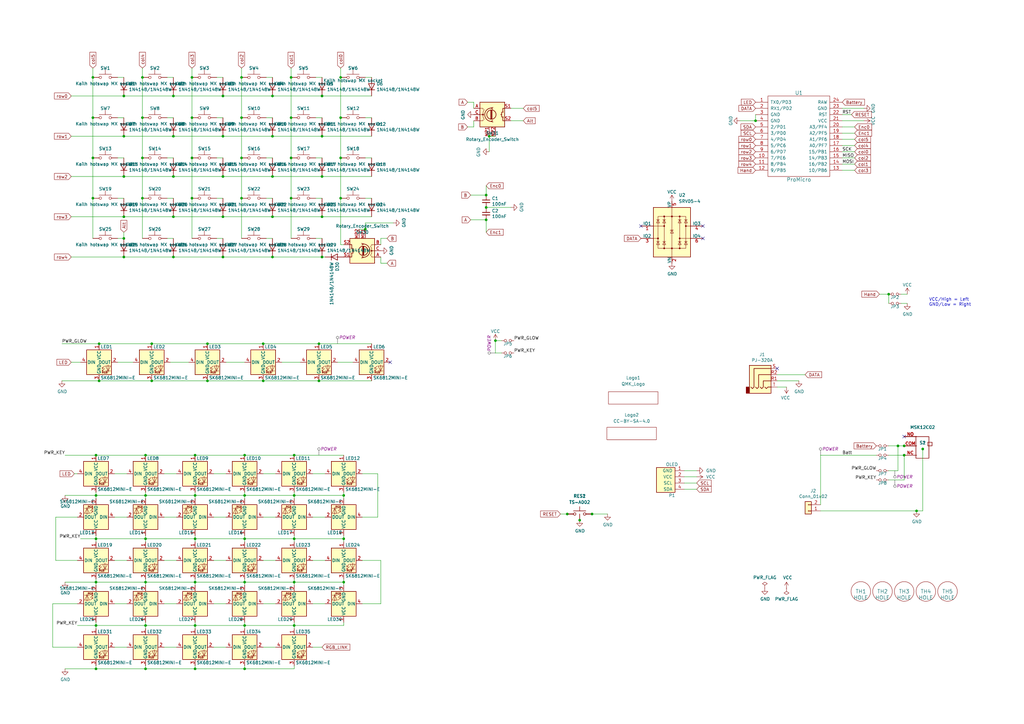
<source format=kicad_sch>
(kicad_sch (version 20230121) (generator eeschema)
  (paper "A3")
  (title_block (title "Lotus 58 Glow") (date "2023-12-27") (rev "v1.28") (company "Markus Knutsson <markus.knutsson@tweety.se>") (comment 1 "https://github.com/TweetyDaBird") (comment 2 "Licensed under Creative Commons BY-SA 4.0 International"))
  (junction (at 119.38 48.26))
  (junction (at 50.8 97.79))
  (junction (at 59.69 274.32))
  (junction (at 132.08 88.9))
  (junction (at 370.84 182.88))
  (junction (at 59.69 220.98))
  (junction (at 62.23 140.97))
  (junction (at 378.46 184.15))
  (junction (at 100.33 256.54))
  (junction (at 80.01 220.98))
  (junction (at 91.44 105.41))
  (junction (at 139.7 48.26))
  (junction (at 100.33 203.2))
  (junction (at 58.42 81.28))
  (junction (at 80.01 186.69))
  (junction (at 78.74 81.28))
  (junction (at 85.09 156.21))
  (junction (at 199.39 90.17))
  (junction (at 111.76 55.88))
  (junction (at 132.08 55.88))
  (junction (at 39.37 186.69))
  (junction (at 107.95 156.21))
  (junction (at 59.69 256.54))
  (junction (at 50.8 105.41))
  (junction (at 199.39 85.09))
  (junction (at 80.01 274.32))
  (junction (at 111.76 39.37))
  (junction (at 111.76 72.39))
  (junction (at 200.66 55.88))
  (junction (at 119.38 31.75))
  (junction (at 40.64 140.97))
  (junction (at 58.42 48.26))
  (junction (at 99.06 31.75))
  (junction (at 71.12 72.39))
  (junction (at 38.1 48.26))
  (junction (at 140.97 238.76))
  (junction (at 50.8 39.37))
  (junction (at 58.42 31.75))
  (junction (at 149.86 93.98))
  (junction (at 50.8 72.39))
  (junction (at 139.7 64.77))
  (junction (at 203.2 139.7))
  (junction (at 71.12 55.88))
  (junction (at 99.06 81.28))
  (junction (at 59.69 186.69))
  (junction (at 237.744 213.36))
  (junction (at 39.37 220.98))
  (junction (at 71.12 39.37))
  (junction (at 50.8 88.9))
  (junction (at 140.97 220.98))
  (junction (at 107.95 140.97))
  (junction (at 100.33 186.69))
  (junction (at 58.42 64.77))
  (junction (at 38.1 31.75))
  (junction (at 130.81 140.97))
  (junction (at 50.8 55.88))
  (junction (at 111.76 105.41))
  (junction (at 39.37 238.76))
  (junction (at 39.37 274.32))
  (junction (at 91.44 55.88))
  (junction (at 85.09 140.97))
  (junction (at 38.1 64.77))
  (junction (at 375.92 209.55))
  (junction (at 364.49 120.65))
  (junction (at 71.12 105.41))
  (junction (at 78.74 64.77))
  (junction (at 120.65 256.54))
  (junction (at 120.65 220.98))
  (junction (at 39.37 256.54))
  (junction (at 111.76 88.9))
  (junction (at 59.69 203.2))
  (junction (at 370.84 186.69))
  (junction (at 80.01 238.76))
  (junction (at 199.39 80.01))
  (junction (at 120.65 186.69))
  (junction (at 91.44 39.37))
  (junction (at 132.08 72.39))
  (junction (at 120.65 203.2))
  (junction (at 242.824 210.82))
  (junction (at 132.08 39.37))
  (junction (at 119.38 64.77))
  (junction (at 132.08 105.41))
  (junction (at 232.664 210.82))
  (junction (at 120.65 238.76))
  (junction (at 309.88 49.53))
  (junction (at 140.97 203.2))
  (junction (at 39.37 203.2))
  (junction (at 62.23 156.21))
  (junction (at 100.33 220.98))
  (junction (at 78.74 31.75))
  (junction (at 80.01 203.2))
  (junction (at 368.3 182.88))
  (junction (at 99.06 64.77))
  (junction (at 78.74 48.26))
  (junction (at 80.01 256.54))
  (junction (at 99.06 48.26))
  (junction (at 91.44 72.39))
  (junction (at 40.64 156.21))
  (junction (at 100.33 238.76))
  (junction (at 139.7 31.75))
  (junction (at 91.44 88.9))
  (junction (at 139.7 81.28))
  (junction (at 100.33 274.32))
  (junction (at 38.1 81.28))
  (junction (at 71.12 88.9))
  (junction (at 119.38 81.28))
  (junction (at 130.81 156.21))
  (junction (at 59.69 238.76))
  (no_connect (at 160.02 148.59))
  (no_connect (at 370.84 179.07))
  (no_connect (at 262.89 92.71))
  (no_connect (at 288.29 97.79))
  (no_connect (at 288.29 92.71))
  (no_connect (at 318.77 151.13))
  (wire (pts (xy 345.44 59.69) (xy 350.52 59.69)))
  (wire (pts (xy 140.97 203.2) (xy 140.97 201.93)))
  (wire (pts (xy 120.65 203.2) (xy 120.65 201.93)))
  (wire (pts (xy 29.21 148.59) (xy 33.02 148.59)))
  (wire (pts (xy 80.01 238.76) (xy 100.33 238.76)))
  (wire (pts (xy 120.65 186.69) (xy 140.97 186.69)))
  (wire (pts (xy 132.08 48.26) (xy 129.54 48.26)))
  (wire (pts (xy 370.84 196.85) (xy 370.84 186.69)))
  (wire (pts (xy 199.39 80.01) (xy 199.39 76.2)))
  (wire (pts (xy 120.65 222.25) (xy 120.65 220.98)))
  (wire (pts (xy 109.22 31.75) (xy 111.76 31.75)))
  (wire (pts (xy 107.95 265.43) (xy 113.03 265.43)))
  (wire (pts (xy 107.95 194.31) (xy 113.03 194.31)))
  (wire (pts (xy 128.27 229.87) (xy 133.35 229.87)))
  (wire (pts (xy 67.31 212.09) (xy 72.39 212.09)))
  (wire (pts (xy 68.58 64.77) (xy 71.12 64.77)))
  (wire (pts (xy 67.31 247.65) (xy 72.39 247.65)))
  (wire (pts (xy 80.01 220.98) (xy 80.01 222.25)))
  (wire (pts (xy 39.37 274.32) (xy 39.37 273.05)))
  (wire (pts (xy 209.55 49.53) (xy 214.63 49.53)))
  (wire (pts (xy 25.4 140.97) (xy 40.64 140.97)))
  (wire (pts (xy 59.69 257.81) (xy 59.69 256.54)))
  (wire (pts (xy 318.77 153.67) (xy 330.2 153.67)))
  (wire (pts (xy 378.46 184.15) (xy 378.46 209.55)))
  (wire (pts (xy 140.97 220.98) (xy 140.97 222.25)))
  (wire (pts (xy 46.99 212.09) (xy 52.07 212.09)))
  (wire (pts (xy 128.27 194.31) (xy 133.35 194.31)))
  (wire (pts (xy 120.65 255.27) (xy 120.65 256.54)))
  (wire (pts (xy 21.59 247.65) (xy 21.59 265.43)))
  (wire (pts (xy 31.75 247.65) (xy 21.59 247.65)))
  (wire (pts (xy 87.63 212.09) (xy 92.71 212.09)))
  (wire (pts (xy 280.67 195.58) (xy 285.75 195.58)))
  (wire (pts (xy 29.21 105.41) (xy 50.8 105.41)))
  (wire (pts (xy 378.46 209.55) (xy 375.92 209.55)))
  (wire (pts (xy 87.63 229.87) (xy 92.71 229.87)))
  (wire (pts (xy 156.21 229.87) (xy 156.21 247.65)))
  (wire (pts (xy 68.58 31.75) (xy 71.12 31.75)))
  (wire (pts (xy 59.69 220.98) (xy 80.01 220.98)))
  (wire (pts (xy 80.01 186.69) (xy 100.33 186.69)))
  (wire (pts (xy 50.8 81.28) (xy 48.26 81.28)))
  (wire (pts (xy 193.04 80.01) (xy 199.39 80.01)))
  (wire (pts (xy 91.44 97.79) (xy 88.9 97.79)))
  (wire (pts (xy 87.63 194.31) (xy 92.71 194.31)))
  (wire (pts (xy 132.08 55.88) (xy 152.4 55.88)))
  (wire (pts (xy 78.74 48.26) (xy 78.74 64.77)))
  (wire (pts (xy 40.64 156.21) (xy 62.23 156.21)))
  (wire (pts (xy 39.37 220.98) (xy 33.02 220.98)))
  (wire (pts (xy 120.65 256.54) (xy 140.97 256.54)))
  (wire (pts (xy 38.1 27.94) (xy 38.1 31.75)))
  (wire (pts (xy 88.9 31.75) (xy 91.44 31.75)))
  (wire (pts (xy 132.08 105.41) (xy 133.35 105.41)))
  (wire (pts (xy 99.06 31.75) (xy 99.06 48.26)))
  (wire (pts (xy 59.69 220.98) (xy 59.69 222.25)))
  (wire (pts (xy 99.06 27.94) (xy 99.06 31.75)))
  (wire (pts (xy 26.67 186.69) (xy 39.37 186.69)))
  (wire (pts (xy 336.55 186.69) (xy 336.55 207.01)))
  (wire (pts (xy 78.74 64.77) (xy 78.74 81.28)))
  (wire (pts (xy 30.48 194.31) (xy 31.75 194.31)))
  (wire (pts (xy 46.99 194.31) (xy 52.07 194.31)))
  (wire (pts (xy 39.37 203.2) (xy 39.37 204.47)))
  (wire (pts (xy 80.01 237.49) (xy 80.01 238.76)))
  (wire (pts (xy 107.95 140.97) (xy 130.81 140.97)))
  (wire (pts (xy 29.21 55.88) (xy 50.8 55.88)))
  (wire (pts (xy 50.8 55.88) (xy 71.12 55.88)))
  (wire (pts (xy 59.69 255.27) (xy 59.69 256.54)))
  (wire (pts (xy 48.26 64.77) (xy 50.8 64.77)))
  (wire (pts (xy 78.74 31.75) (xy 78.74 48.26)))
  (wire (pts (xy 80.01 203.2) (xy 59.69 203.2)))
  (wire (pts (xy 31.75 229.87) (xy 22.86 229.87)))
  (wire (pts (xy 309.88 49.53) (xy 303.53 49.53)))
  (wire (pts (xy 368.3 193.04) (xy 368.3 182.88)))
  (wire (pts (xy 115.57 148.59) (xy 123.19 148.59)))
  (wire (pts (xy 100.33 203.2) (xy 100.33 201.93)))
  (wire (pts (xy 39.37 240.03) (xy 39.37 238.76)))
  (wire (pts (xy 71.12 105.41) (xy 91.44 105.41)))
  (wire (pts (xy 345.44 52.07) (xy 350.52 52.07)))
  (wire (pts (xy 111.76 64.77) (xy 109.22 64.77)))
  (wire (pts (xy 50.8 95.25) (xy 50.8 97.79)))
  (wire (pts (xy 39.37 220.98) (xy 39.37 222.25)))
  (wire (pts (xy 149.86 64.77) (xy 152.4 64.77)))
  (wire (pts (xy 78.74 81.28) (xy 78.74 97.79)))
  (wire (pts (xy 80.01 203.2) (xy 100.33 203.2)))
  (wire (pts (xy 46.99 265.43) (xy 52.07 265.43)))
  (wire (pts (xy 158.75 107.95) (xy 156.21 107.95)))
  (wire (pts (xy 100.33 220.98) (xy 100.33 222.25)))
  (wire (pts (xy 39.37 201.93) (xy 39.37 203.2)))
  (wire (pts (xy 200.66 62.23) (xy 200.66 55.88)))
  (wire (pts (xy 318.77 156.21) (xy 327.66 156.21)))
  (wire (pts (xy 364.49 182.88) (xy 368.3 182.88)))
  (wire (pts (xy 71.12 72.39) (xy 91.44 72.39)))
  (wire (pts (xy 50.8 88.9) (xy 71.12 88.9)))
  (wire (pts (xy 309.88 46.99) (xy 309.88 49.53)))
  (wire (pts (xy 99.06 64.77) (xy 99.06 81.28)))
  (wire (pts (xy 156.21 107.95) (xy 156.21 105.41)))
  (wire (pts (xy 199.39 95.25) (xy 199.39 90.17)))
  (wire (pts (xy 280.67 200.66) (xy 285.75 200.66)))
  (wire (pts (xy 209.55 44.45) (xy 214.63 44.45)))
  (wire (pts (xy 25.4 156.21) (xy 40.64 156.21)))
  (wire (pts (xy 119.38 81.28) (xy 119.38 97.79)))
  (wire (pts (xy 39.37 219.71) (xy 39.37 220.98)))
  (wire (pts (xy 191.77 52.07) (xy 194.31 52.07)))
  (wire (pts (xy 161.29 91.44) (xy 149.86 91.44)))
  (wire (pts (xy 78.74 27.94) (xy 78.74 31.75)))
  (wire (pts (xy 62.23 140.97) (xy 85.09 140.97)))
  (wire (pts (xy 345.44 49.53) (xy 354.33 49.53)))
  (wire (pts (xy 280.67 198.12) (xy 285.75 198.12)))
  (wire (pts (xy 130.81 140.97) (xy 152.4 140.97)))
  (wire (pts (xy 71.12 55.88) (xy 91.44 55.88)))
  (wire (pts (xy 119.38 31.75) (xy 119.38 48.26)))
  (wire (pts (xy 59.69 274.32) (xy 39.37 274.32)))
  (wire (pts (xy 99.06 48.26) (xy 99.06 64.77)))
  (wire (pts (xy 92.71 148.59) (xy 100.33 148.59)))
  (wire (pts (xy 149.86 81.28) (xy 152.4 81.28)))
  (wire (pts (xy 100.33 203.2) (xy 120.65 203.2)))
  (wire (pts (xy 21.59 265.43) (xy 31.75 265.43)))
  (wire (pts (xy 139.7 31.75) (xy 139.7 48.26)))
  (wire (pts (xy 69.85 148.59) (xy 77.47 148.59)))
  (wire (pts (xy 345.44 54.61) (xy 350.52 54.61)))
  (wire (pts (xy 280.67 193.04) (xy 285.75 193.04)))
  (wire (pts (xy 100.33 274.32) (xy 80.01 274.32)))
  (wire (pts (xy 109.22 81.28) (xy 111.76 81.28)))
  (wire (pts (xy 119.38 48.26) (xy 119.38 64.77)))
  (wire (pts (xy 80.01 274.32) (xy 80.01 273.05)))
  (wire (pts (xy 364.49 196.85) (xy 370.84 196.85)))
  (wire (pts (xy 71.12 48.26) (xy 68.58 48.26)))
  (wire (pts (xy 100.33 256.54) (xy 100.33 255.27)))
  (wire (pts (xy 345.44 44.45) (xy 354.33 44.45)))
  (wire (pts (xy 67.31 229.87) (xy 72.39 229.87)))
  (wire (pts (xy 107.95 156.21) (xy 130.81 156.21)))
  (wire (pts (xy 91.44 88.9) (xy 111.76 88.9)))
  (wire (pts (xy 80.01 257.81) (xy 80.01 256.54)))
  (wire (pts (xy 119.38 64.77) (xy 119.38 81.28)))
  (wire (pts (xy 148.59 247.65) (xy 156.21 247.65)))
  (wire (pts (xy 100.33 238.76) (xy 120.65 238.76)))
  (wire (pts (xy 58.42 27.94) (xy 58.42 31.75)))
  (wire (pts (xy 31.75 256.54) (xy 39.37 256.54)))
  (wire (pts (xy 200.66 55.88) (xy 203.2 55.88)))
  (wire (pts (xy 99.06 81.28) (xy 99.06 97.79)))
  (wire (pts (xy 147.32 93.98) (xy 149.86 93.98)))
  (wire (pts (xy 130.81 156.21) (xy 152.4 156.21)))
  (wire (pts (xy 48.26 148.59) (xy 54.61 148.59)))
  (wire (pts (xy 100.33 257.81) (xy 100.33 256.54)))
  (wire (pts (xy 29.21 88.9) (xy 50.8 88.9)))
  (wire (pts (xy 46.99 247.65) (xy 52.07 247.65)))
  (wire (pts (xy 132.08 97.79) (xy 129.54 97.79)))
  (wire (pts (xy 88.9 48.26) (xy 91.44 48.26)))
  (wire (pts (xy 140.97 237.49) (xy 140.97 238.76)))
  (wire (pts (xy 107.95 247.65) (xy 113.03 247.65)))
  (wire (pts (xy 111.76 97.79) (xy 109.22 97.79)))
  (wire (pts (xy 80.01 203.2) (xy 80.01 204.47)))
  (wire (pts (xy 120.65 274.32) (xy 100.33 274.32)))
  (wire (pts (xy 26.67 238.76) (xy 39.37 238.76)))
  (wire (pts (xy 140.97 220.98) (xy 140.97 219.71)))
  (wire (pts (xy 100.33 204.47) (xy 100.33 203.2)))
  (wire (pts (xy 149.86 31.75) (xy 152.4 31.75)))
  (wire (pts (xy 140.97 203.2) (xy 140.97 204.47)))
  (wire (pts (xy 372.11 124.46) (xy 369.57 124.46)))
  (wire (pts (xy 120.65 204.47) (xy 120.65 203.2)))
  (wire (pts (xy 345.44 62.23) (xy 350.52 62.23)))
  (wire (pts (xy 87.63 247.65) (xy 92.71 247.65)))
  (wire (pts (xy 191.77 41.91) (xy 194.31 41.91)))
  (wire (pts (xy 193.04 90.17) (xy 199.39 90.17)))
  (wire (pts (xy 59.69 186.69) (xy 80.01 186.69)))
  (wire (pts (xy 120.65 238.76) (xy 140.97 238.76)))
  (wire (pts (xy 364.49 124.46) (xy 364.49 120.65)))
  (wire (pts (xy 80.01 220.98) (xy 80.01 219.71)))
  (wire (pts (xy 199.39 85.09) (xy 209.55 85.09)))
  (wire (pts (xy 345.44 67.31) (xy 350.52 67.31)))
  (wire (pts (xy 67.31 265.43) (xy 72.39 265.43)))
  (wire (pts (xy 22.86 229.87) (xy 22.86 212.09)))
  (wire (pts (xy 249.174 210.82) (xy 242.824 210.82)))
  (wire (pts (xy 194.31 52.07) (xy 194.31 49.53)))
  (wire (pts (xy 50.8 105.41) (xy 71.12 105.41)))
  (wire (pts (xy 87.63 265.43) (xy 92.71 265.43)))
  (wire (pts (xy 59.69 274.32) (xy 59.69 273.05)))
  (wire (pts (xy 132.08 31.75) (xy 129.54 31.75)))
  (wire (pts (xy 39.37 203.2) (xy 26.67 203.2)))
  (wire (pts (xy 91.44 81.28) (xy 88.9 81.28)))
  (wire (pts (xy 111.76 55.88) (xy 132.08 55.88)))
  (wire (pts (xy 132.08 72.39) (xy 152.4 72.39)))
  (wire (pts (xy 59.69 203.2) (xy 59.69 201.93)))
  (wire (pts (xy 345.44 69.85) (xy 350.52 69.85)))
  (wire (pts (xy 39.37 186.69) (xy 59.69 186.69)))
  (wire (pts (xy 29.21 39.37) (xy 50.8 39.37)))
  (wire (pts (xy 149.86 91.44) (xy 149.86 93.98)))
  (wire (pts (xy 139.7 64.77) (xy 139.7 81.28)))
  (wire (pts (xy 120.65 257.81) (xy 120.65 256.54)))
  (wire (pts (xy 360.68 120.65) (xy 364.49 120.65)))
  (wire (pts (xy 203.2 139.7) (xy 205.74 139.7)))
  (wire (pts (xy 152.4 48.26) (xy 149.86 48.26)))
  (wire (pts (xy 39.37 203.2) (xy 59.69 203.2)))
  (wire (pts (xy 100.33 237.49) (xy 100.33 238.76)))
  (wire (pts (xy 59.69 237.49) (xy 59.69 238.76)))
  (wire (pts (xy 120.65 203.2) (xy 140.97 203.2)))
  (wire (pts (xy 140.97 256.54) (xy 140.97 255.27)))
  (wire (pts (xy 91.44 105.41) (xy 111.76 105.41)))
  (wire (pts (xy 111.76 72.39) (xy 132.08 72.39)))
  (wire (pts (xy 100.33 220.98) (xy 120.65 220.98)))
  (wire (pts (xy 120.65 274.32) (xy 120.65 273.05)))
  (wire (pts (xy 345.44 46.99) (xy 349.25 46.99)))
  (wire (pts (xy 120.65 220.98) (xy 120.65 219.71)))
  (wire (pts (xy 148.59 229.87) (xy 156.21 229.87)))
  (wire (pts (xy 154.94 194.31) (xy 154.94 212.09)))
  (wire (pts (xy 91.44 72.39) (xy 111.76 72.39)))
  (wire (pts (xy 80.01 201.93) (xy 80.01 203.2)))
  (wire (pts (xy 91.44 39.37) (xy 111.76 39.37)))
  (wire (pts (xy 58.42 81.28) (xy 58.42 97.79)))
  (wire (pts (xy 59.69 220.98) (xy 59.69 219.71)))
  (wire (pts (xy 59.69 204.47) (xy 59.69 203.2)))
  (wire (pts (xy 80.01 240.03) (xy 80.01 238.76)))
  (wire (pts (xy 132.08 265.43) (xy 128.27 265.43)))
  (wire (pts (xy 67.31 194.31) (xy 72.39 194.31)))
  (wire (pts (xy 158.75 97.79) (xy 156.21 97.79)))
  (wire (pts (xy 120.65 220.98) (xy 140.97 220.98)))
  (wire (pts (xy 80.01 256.54) (xy 80.01 255.27)))
  (wire (pts (xy 318.77 158.75) (xy 322.58 158.75)))
  (wire (pts (xy 71.12 39.37) (xy 91.44 39.37)))
  (wire (pts (xy 46.99 229.87) (xy 52.07 229.87)))
  (wire (pts (xy 39.37 255.27) (xy 39.37 256.54)))
  (wire (pts (xy 369.57 120.65) (xy 372.11 120.65)))
  (wire (pts (xy 38.1 48.26) (xy 38.1 64.77)))
  (wire (pts (xy 148.59 212.09) (xy 154.94 212.09)))
  (wire (pts (xy 128.27 247.65) (xy 133.35 247.65)))
  (wire (pts (xy 39.37 257.81) (xy 39.37 256.54)))
  (wire (pts (xy 80.01 220.98) (xy 100.33 220.98)))
  (wire (pts (xy 59.69 256.54) (xy 80.01 256.54)))
  (wire (pts (xy 38.1 81.28) (xy 38.1 97.79)))
  (wire (pts (xy 59.69 238.76) (xy 80.01 238.76)))
  (wire (pts (xy 107.95 212.09) (xy 113.03 212.09)))
  (wire (pts (xy 119.38 27.94) (xy 119.38 31.75)))
  (wire (pts (xy 139.7 48.26) (xy 139.7 64.77)))
  (wire (pts (xy 370.84 186.69) (xy 364.49 186.69)))
  (wire (pts (xy 139.7 27.94) (xy 139.7 31.75)))
  (wire (pts (xy 139.7 81.28) (xy 139.7 100.33)))
  (wire (pts (xy 80.01 274.32) (xy 59.69 274.32)))
  (wire (pts (xy 132.08 39.37) (xy 152.4 39.37)))
  (wire (pts (xy 100.33 186.69) (xy 120.65 186.69)))
  (wire (pts (xy 100.33 274.32) (xy 100.33 273.05)))
  (wire (pts (xy 50.8 39.37) (xy 71.12 39.37)))
  (wire (pts (xy 85.09 156.21) (xy 107.95 156.21)))
  (wire (pts (xy 132.08 88.9) (xy 152.4 88.9)))
  (wire (pts (xy 203.2 144.78) (xy 205.74 144.78)))
  (wire (pts (xy 100.33 256.54) (xy 120.65 256.54)))
  (wire (pts (xy 71.12 88.9) (xy 91.44 88.9)))
  (wire (pts (xy 120.65 240.03) (xy 120.65 238.76)))
  (wire (pts (xy 40.64 140.97) (xy 62.23 140.97)))
  (wire (pts (xy 71.12 81.28) (xy 68.58 81.28)))
  (wire (pts (xy 203.2 139.7) (xy 203.2 144.78)))
  (wire (pts (xy 22.86 212.09) (xy 31.75 212.09)))
  (wire (pts (xy 39.37 274.32) (xy 26.67 274.32)))
  (wire (pts (xy 368.3 182.88) (xy 370.84 182.88)))
  (wire (pts (xy 39.37 238.76) (xy 59.69 238.76)))
  (wire (pts (xy 58.42 64.77) (xy 58.42 81.28)))
  (wire (pts (xy 156.21 97.79) (xy 156.21 100.33)))
  (wire (pts (xy 107.95 229.87) (xy 113.03 229.87)))
  (wire (pts (xy 336.55 186.69) (xy 359.41 186.69)))
  (wire (pts (xy 132.08 64.77) (xy 129.54 64.77)))
  (wire (pts (xy 139.7 100.33) (xy 140.97 100.33)))
  (wire (pts (xy 71.12 97.79) (xy 68.58 97.79)))
  (wire (pts (xy 62.23 156.21) (xy 85.09 156.21)))
  (wire (pts (xy 50.8 48.26) (xy 48.26 48.26)))
  (wire (pts (xy 345.44 64.77) (xy 350.52 64.77)))
  (wire (pts (xy 85.09 140.97) (xy 107.95 140.97)))
  (wire (pts (xy 100.33 238.76) (xy 100.33 240.03)))
  (wire (pts (xy 111.76 48.26) (xy 109.22 48.26)))
  (wire (pts (xy 88.9 64.77) (xy 91.44 64.77)))
  (wire (pts (xy 138.43 148.59) (xy 144.78 148.59)))
  (wire (pts (xy 50.8 31.75) (xy 48.26 31.75)))
  (wire (pts (xy 148.59 194.31) (xy 154.94 194.31)))
  (wire (pts (xy 80.01 256.54) (xy 100.33 256.54)))
  (wire (pts (xy 120.65 237.49) (xy 120.65 238.76)))
  (wire (pts (xy 111.76 105.41) (xy 132.08 105.41)))
  (wire (pts (xy 50.8 72.39) (xy 71.12 72.39)))
  (wire (pts (xy 132.08 81.28) (xy 129.54 81.28)))
  (wire (pts (xy 111.76 88.9) (xy 132.08 88.9)))
  (wire (pts (xy 39.37 220.98) (xy 59.69 220.98)))
  (wire (pts (xy 58.42 31.75) (xy 58.42 48.26)))
  (wire (pts (xy 29.21 72.39) (xy 50.8 72.39)))
  (wire (pts (xy 59.69 238.76) (xy 59.69 240.03)))
  (wire (pts (xy 39.37 256.54) (xy 59.69 256.54)))
  (wire (pts (xy 100.33 220.98) (xy 100.33 219.71)))
  (wire (pts (xy 229.87 210.82) (xy 232.664 210.82)))
  (wire (pts (xy 336.55 209.55) (xy 375.92 209.55)))
  (wire (pts (xy 91.44 55.88) (xy 111.76 55.88)))
  (wire (pts (xy 194.31 41.91) (xy 194.31 44.45)))
  (wire (pts (xy 39.37 237.49) (xy 39.37 238.76)))
  (wire (pts (xy 345.44 57.15) (xy 350.52 57.15)))
  (wire (pts (xy 48.26 97.79) (xy 50.8 97.79)))
  (wire (pts (xy 140.97 238.76) (xy 140.97 240.03)))
  (wire (pts (xy 38.1 31.75) (xy 38.1 48.26)))
  (wire (pts (xy 111.76 39.37) (xy 132.08 39.37)))
  (wire (pts (xy 364.49 193.04) (xy 368.3 193.04)))
  (wire (pts (xy 58.42 48.26) (xy 58.42 64.77)))
  (wire (pts (xy 38.1 64.77) (xy 38.1 81.28)))
  (wire (pts (xy 128.27 212.09) (xy 133.35 212.09)))
  (text "VCC/High = Left\nGND/Low = Right" (at 381 125.73 0) (effects (font (size 1.27 1.27)) (justify left bottom)))
  (label "PWR_GLOW" (at 210.82 139.7 0))
  (label "PWR_KEY" (at 26.67 186.69 180))
  (label "MOSI" (at 345.44 67.31 0))
  (label "PWR_KEY" (at 359.41 196.85 180))
  (label "PWR_KEY" (at 33.02 220.98 180))
  (label "SCK" (at 345.44 62.23 0))
  (label "PWR_GLOW" (at 25.4 140.97 0))
  (label "PWR_KEY" (at 31.75 256.54 180))
  (label "PWR_KEY" (at 210.82 144.78 0))
  (label "Batt" (at 345.44 186.69 0))
  (label "RST" (at 345.44 46.99 0))
  (label "MISO" (at 345.44 64.77 0))
  (label "PWR_GLOW" (at 359.41 193.04 180))
  (global_label "A" (shape input) (at 193.04 90.17 180) (property "Intersheetrefs" "${INTERSHEET_REFS}" (effects hide)))
  (global_label "Alt" (shape input) (at 50.8 95.25 90) (property "Intersheetrefs" "${INTERSHEET_REFS}" (effects hide)))
  (global_label "col2" (shape input) (at 350.52 64.77 0) (property "Intersheetrefs" "${INTERSHEET_REFS}" (effects hide)))
  (global_label "row2" (shape input) (at 309.88 62.23 180) (property "Intersheetrefs" "${INTERSHEET_REFS}" (effects hide)))
  (global_label "RESET" (shape input) (at 349.25 46.99 0) (property "Intersheetrefs" "${INTERSHEET_REFS}" (effects hide)))
  (global_label "col4" (shape input) (at 58.42 27.94 90) (property "Intersheetrefs" "${INTERSHEET_REFS}" (effects hide)))
  (global_label "row1" (shape input) (at 309.88 59.69 180) (property "Intersheetrefs" "${INTERSHEET_REFS}" (effects hide)))
  (global_label "Battery" (shape input) (at 345.44 41.91 0) (property "Intersheetrefs" "${INTERSHEET_REFS}" (effects hide)))
  (global_label "LED" (shape input) (at 29.21 148.59 180) (property "Intersheetrefs" "${INTERSHEET_REFS}" (effects hide)))
  (global_label "Enc1" (shape input) (at 199.39 95.25 0) (property "Intersheetrefs" "${INTERSHEET_REFS}" (effects hide)))
  (global_label "row3" (shape input) (at 29.21 88.9 180) (property "Intersheetrefs" "${INTERSHEET_REFS}" (effects hide)))
  (global_label "row3" (shape input) (at 309.88 64.77 180) (property "Intersheetrefs" "${INTERSHEET_REFS}" (effects hide)))
  (global_label "SCL" (shape input) (at 309.88 54.61 180) (property "Intersheetrefs" "${INTERSHEET_REFS}" (effects hide)))
  (global_label "Enc0" (shape input) (at 350.52 52.07 0) (property "Intersheetrefs" "${INTERSHEET_REFS}" (effects hide)))
  (global_label "col4" (shape input) (at 350.52 59.69 0) (property "Intersheetrefs" "${INTERSHEET_REFS}" (effects hide)))
  (global_label "SDA" (shape input) (at 285.75 200.66 0) (property "Intersheetrefs" "${INTERSHEET_REFS}" (effects hide)))
  (global_label "row1" (shape input) (at 29.21 55.88 180) (property "Intersheetrefs" "${INTERSHEET_REFS}" (effects hide)))
  (global_label "RGB_LINK" (shape input) (at 132.08 265.43 0) (property "Intersheetrefs" "${INTERSHEET_REFS}" (effects hide)))
  (global_label "row2" (shape input) (at 29.21 72.39 180) (property "Intersheetrefs" "${INTERSHEET_REFS}" (effects hide)))
  (global_label "A" (shape input) (at 191.77 41.91 180) (property "Intersheetrefs" "${INTERSHEET_REFS}" (effects hide)))
  (global_label "col5" (shape input) (at 214.63 44.45 0) (property "Intersheetrefs" "${INTERSHEET_REFS}" (effects hide)))
  (global_label "col5" (shape input) (at 38.1 27.94 90) (property "Intersheetrefs" "${INTERSHEET_REFS}" (effects hide)))
  (global_label "col0" (shape input) (at 350.52 62.23 0) (property "Intersheetrefs" "${INTERSHEET_REFS}" (effects hide)))
  (global_label "col3" (shape input) (at 78.74 27.94 90) (property "Intersheetrefs" "${INTERSHEET_REFS}" (effects hide)))
  (global_label "LED" (shape input) (at 30.48 194.31 180) (property "Intersheetrefs" "${INTERSHEET_REFS}" (effects hide)))
  (global_label "DATA" (shape input) (at 262.89 97.79 180) (property "Intersheetrefs" "${INTERSHEET_REFS}" (effects hide)))
  (global_label "Battery" (shape input) (at 359.41 182.88 180) (property "Intersheetrefs" "${INTERSHEET_REFS}" (effects hide)))
  (global_label "LED" (shape input) (at 309.88 41.91 180) (property "Intersheetrefs" "${INTERSHEET_REFS}" (effects hide)))
  (global_label "Hand" (shape input) (at 309.88 69.85 180) (property "Intersheetrefs" "${INTERSHEET_REFS}" (effects hide)))
  (global_label "A" (shape input) (at 158.75 107.95 0) (property "Intersheetrefs" "${INTERSHEET_REFS}" (effects hide)))
  (global_label "row0" (shape input) (at 29.21 39.37 180) (property "Intersheetrefs" "${INTERSHEET_REFS}" (effects hide)))
  (global_label "SDA" (shape input) (at 309.88 52.07 180) (property "Intersheetrefs" "${INTERSHEET_REFS}" (effects hide)))
  (global_label "Alt" (shape input) (at 214.63 49.53 0) (property "Intersheetrefs" "${INTERSHEET_REFS}" (effects hide)))
  (global_label "B" (shape input) (at 193.04 80.01 180) (property "Intersheetrefs" "${INTERSHEET_REFS}" (effects hide)))
  (global_label "col5" (shape input) (at 350.52 57.15 0) (property "Intersheetrefs" "${INTERSHEET_REFS}" (effects hide)))
  (global_label "DATA" (shape input) (at 330.2 153.67 0) (property "Intersheetrefs" "${INTERSHEET_REFS}" (effects hide)))
  (global_label "Enc0" (shape input) (at 199.39 76.2 0) (property "Intersheetrefs" "${INTERSHEET_REFS}" (effects hide)))
  (global_label "SCL" (shape input) (at 285.75 198.12 0) (property "Intersheetrefs" "${INTERSHEET_REFS}" (effects hide)))
  (global_label "row4" (shape input) (at 29.21 105.41 180) (property "Intersheetrefs" "${INTERSHEET_REFS}" (effects hide)))
  (global_label "row0" (shape input) (at 309.88 57.15 180) (property "Intersheetrefs" "${INTERSHEET_REFS}" (effects hide)))
  (global_label "B" (shape input) (at 191.77 52.07 180) (property "Intersheetrefs" "${INTERSHEET_REFS}" (effects hide)))
  (global_label "B" (shape input) (at 158.75 97.79 0) (property "Intersheetrefs" "${INTERSHEET_REFS}" (effects hide)))
  (global_label "col1" (shape input) (at 350.52 67.31 0) (property "Intersheetrefs" "${INTERSHEET_REFS}" (effects hide)))
  (global_label "col1" (shape input) (at 119.38 27.94 90) (property "Intersheetrefs" "${INTERSHEET_REFS}" (effects hide)))
  (global_label "col0" (shape input) (at 139.7 27.94 90) (property "Intersheetrefs" "${INTERSHEET_REFS}" (effects hide)))
  (global_label "Hand" (shape input) (at 360.68 120.65 180) (property "Intersheetrefs" "${INTERSHEET_REFS}" (effects hide)))
  (global_label "col2" (shape input) (at 99.06 27.94 90) (property "Intersheetrefs" "${INTERSHEET_REFS}" (effects hide)))
  (global_label "DATA" (shape input) (at 309.88 44.45 180) (property "Intersheetrefs" "${INTERSHEET_REFS}" (effects hide)))
  (global_label "row4" (shape input) (at 309.88 67.31 180) (property "Intersheetrefs" "${INTERSHEET_REFS}" (effects hide)))
  (global_label "Enc1" (shape input) (at 350.52 54.61 0) (property "Intersheetrefs" "${INTERSHEET_REFS}" (effects hide)))
  (global_label "RESET" (shape input) (at 229.87 210.82 180) (property "Intersheetrefs" "${INTERSHEET_REFS}" (effects hide)))
  (global_label "col3" (shape input) (at 350.52 69.85 0) (property "Intersheetrefs" "${INTERSHEET_REFS}" (effects hide)))
  (netclass_flag "" (length 2.54) (shape round) (at 336.55 186.69 0) (property "Netclass" "POWER" (at 337.1596 184.15 0) (effects (font italic) (justify left))))
  (netclass_flag "" (length 2.54) (shape round) (at 203.2 144.78 90) (property "Netclass" "POWER" (at 200.66 144.1704 90) (effects (font italic) (justify left))))
  (netclass_flag "" (length 2.54) (shape round) (at 367.03 193.04 180) (property "Netclass" "POWER" (at 367.6396 195.58 0) (effects (font italic) (justify left))))
  (netclass_flag "" (length 2.54) (shape round) (at 367.03 196.85 180) (property "Netclass" "POWER" (at 367.6396 199.39 0) (effects (font italic) (justify left))))
  (netclass_flag "" (length 2.54) (shape round) (at 130.81 186.69 0) (property "Netclass" "POWER" (at 131.4196 184.15 0) (effects (font italic) (justify left))))
  (netclass_flag "" (length 2.54) (shape round) (at 138.43 140.97 0) (property "Netclass" "POWER" (at 139.0396 138.43 0) (effects (font italic) (justify left))))
  (symbol (lib_id "keebio:ProMicro") (at 327.66 55.88 0) (unit 1)
    (property "Reference" "U1" (at 327.66 38.1 0) (effects (font (size 1.524 1.524))))
    (property "Value" "ProMicro" (at 327.66 73.66 0) (effects (font (size 1.524 1.524))))
    (property "Footprint" "Keyboard Controllers:ProMicro_Reversible_orig" (effects hide))
  )
  (symbol (lib_id "Switch:SW_Push") (at 43.18 97.79 0) (unit 1)
    (property "Reference" "SW25" (at 43.18 93.98 0))
    (property "Value" "Kailh hotswap MX socket" (at 43.18 100.33 0))
    (property "Footprint" "keyswitches:Kailh_socket_MX_reversible_RGB" (effects hide))
  )
  (symbol (lib_id "Switch:SW_Push") (at 63.5 97.79 0) (unit 1)
    (property "Reference" "SW26" (at 63.5 93.98 0))
    (property "Value" "Kailh hotswap MX socket" (at 63.5 100.33 0))
    (property "Footprint" "keyswitches:Kailh_socket_MX_reversible_RGB" (effects hide))
  )
  (symbol (lib_id "Switch:SW_Push") (at 43.18 31.75 0) (mirror y) (unit 1)
    (property "Reference" "SW1" (at 43.18 27.94 0))
    (property "Value" "Kailh hotswap MX socket" (at 43.18 34.29 0))
    (property "Footprint" "keyswitches:Kailh_socket_MX_reversible_RGB" (effects hide))
  )
  (symbol (lib_id "Device:D") (at 50.8 35.56 90) (unit 1)
    (property "Reference" "D1" (at 52.8066 34.3916 90) (effects (justify right)))
    (property "Value" "1N4148/1N4148W" (at 52.8066 36.703 90) (effects (justify right)))
    (property "Footprint" "Keyboard Library:Diode_DO35_SOD123" (effects hide))
  )
  (symbol (lib_id "Switch:SW_Push") (at 63.5 31.75 0) (unit 1)
    (property "Reference" "SW2" (at 63.5 27.94 0))
    (property "Value" "Kailh hotswap MX socket" (at 63.5 34.29 0))
    (property "Footprint" "keyswitches:Kailh_socket_MX_reversible_RGB" (effects hide))
  )
  (symbol (lib_id "Device:D") (at 71.12 35.56 90) (unit 1)
    (property "Reference" "D2" (at 73.1266 34.3916 90) (effects (justify right)))
    (property "Value" "1N4148/1N4148W" (at 73.1266 36.703 90) (effects (justify right)))
    (property "Footprint" "Keyboard Library:Diode_DO35_SOD123" (effects hide))
  )
  (symbol (lib_id "Switch:SW_Push") (at 83.82 31.75 0) (unit 1)
    (property "Reference" "SW3" (at 83.82 27.94 0))
    (property "Value" "Kailh hotswap MX socket" (at 83.82 34.29 0))
    (property "Footprint" "keyswitches:Kailh_socket_MX_reversible_RGB" (effects hide))
  )
  (symbol (lib_id "Device:D") (at 91.44 35.56 90) (unit 1)
    (property "Reference" "D3" (at 93.4466 34.3916 90) (effects (justify right)))
    (property "Value" "1N4148/1N4148W" (at 93.4466 36.703 90) (effects (justify right)))
    (property "Footprint" "Keyboard Library:Diode_DO35_SOD123" (effects hide))
  )
  (symbol (lib_id "Switch:SW_Push") (at 104.14 31.75 0) (unit 1)
    (property "Reference" "SW4" (at 104.14 27.94 0))
    (property "Value" "Kailh hotswap MX socket" (at 104.14 34.29 0))
    (property "Footprint" "keyswitches:Kailh_socket_MX_reversible_RGB" (effects hide))
  )
  (symbol (lib_id "Device:D") (at 111.76 35.56 90) (unit 1)
    (property "Reference" "D4" (at 113.7666 34.3916 90) (effects (justify right)))
    (property "Value" "1N4148/1N4148W" (at 113.7666 36.703 90) (effects (justify right)))
    (property "Footprint" "Keyboard Library:Diode_DO35_SOD123" (effects hide))
  )
  (symbol (lib_id "Switch:SW_Push") (at 124.46 31.75 0) (unit 1)
    (property "Reference" "SW5" (at 124.46 27.94 0))
    (property "Value" "Kailh hotswap MX socket" (at 124.46 34.29 0))
    (property "Footprint" "keyswitches:Kailh_socket_MX_reversible_RGB" (effects hide))
  )
  (symbol (lib_id "Device:D") (at 132.08 35.56 90) (unit 1)
    (property "Reference" "D5" (at 134.0866 34.3916 90) (effects (justify right)))
    (property "Value" "1N4148/1N4148W" (at 134.0866 36.703 90) (effects (justify right)))
    (property "Footprint" "Keyboard Library:Diode_DO35_SOD123" (effects hide))
  )
  (symbol (lib_id "Switch:SW_Push") (at 144.78 31.75 0) (unit 1)
    (property "Reference" "SW6" (at 144.78 27.94 0))
    (property "Value" "Kailh hotswap MX socket" (at 144.78 33.02 0))
    (property "Footprint" "keyswitches:Kailh_socket_MX_reversible_RGB" (effects hide))
  )
  (symbol (lib_id "Device:D") (at 152.4 35.56 90) (unit 1)
    (property "Reference" "D6" (at 154.4066 34.3916 90) (effects (justify right)))
    (property "Value" "1N4148/1N4148W" (at 154.4066 36.703 90) (effects (justify right)))
    (property "Footprint" "Keyboard Library:Diode_DO35_SOD123" (effects hide))
  )
  (symbol (lib_id "Switch:SW_Push") (at 63.5 48.26 0) (unit 1)
    (property "Reference" "SW8" (at 63.5 44.45 0))
    (property "Value" "Kailh hotswap MX socket" (at 63.5 50.8 0))
    (property "Footprint" "keyswitches:Kailh_socket_MX_reversible_RGB" (effects hide))
  )
  (symbol (lib_id "Switch:SW_Push") (at 83.82 48.26 0) (unit 1)
    (property "Reference" "SW9" (at 83.82 44.45 0))
    (property "Value" "Kailh hotswap MX socket" (at 83.82 50.8 0))
    (property "Footprint" "keyswitches:Kailh_socket_MX_reversible_RGB" (effects hide))
  )
  (symbol (lib_id "Switch:SW_Push") (at 104.14 48.26 0) (unit 1)
    (property "Reference" "SW10" (at 104.14 44.45 0))
    (property "Value" "Kailh hotswap MX socket" (at 104.14 50.8 0))
    (property "Footprint" "keyswitches:Kailh_socket_MX_reversible_RGB" (effects hide))
  )
  (symbol (lib_id "Switch:SW_Push") (at 124.46 48.26 0) (unit 1)
    (property "Reference" "SW11" (at 124.46 44.45 0))
    (property "Value" "Kailh hotswap MX socket" (at 124.46 50.8 0))
    (property "Footprint" "keyswitches:Kailh_socket_MX_reversible_RGB" (effects hide))
  )
  (symbol (lib_id "Switch:SW_Push") (at 144.78 48.26 0) (unit 1)
    (property "Reference" "SW12" (at 144.78 44.45 0))
    (property "Value" "Kailh hotswap MX socket" (at 144.78 50.8 0))
    (property "Footprint" "keyswitches:Kailh_socket_MX_reversible_RGB" (effects hide))
  )
  (symbol (lib_id "Switch:SW_Push") (at 43.18 48.26 0) (unit 1)
    (property "Reference" "SW7" (at 43.18 44.45 0))
    (property "Value" "Kailh hotswap MX socket" (at 43.18 50.8 0))
    (property "Footprint" "keyswitches:Kailh_socket_MX_reversible_RGB" (effects hide))
  )
  (symbol (lib_id "Device:D") (at 50.8 52.07 90) (unit 1)
    (property "Reference" "D7" (at 52.8066 50.9016 90) (effects (justify right)))
    (property "Value" "1N4148/1N4148W" (at 52.8066 53.213 90) (effects (justify right)))
    (property "Footprint" "Keyboard Library:Diode_DO35_SOD123" (effects hide))
  )
  (symbol (lib_id "Device:D") (at 71.12 52.07 90) (unit 1)
    (property "Reference" "D8" (at 73.1266 50.9016 90) (effects (justify right)))
    (property "Value" "1N4148/1N4148W" (at 73.1266 53.213 90) (effects (justify right)))
    (property "Footprint" "Keyboard Library:Diode_DO35_SOD123" (effects hide))
  )
  (symbol (lib_id "Device:D") (at 91.44 52.07 90) (unit 1)
    (property "Reference" "D9" (at 93.4466 50.9016 90) (effects (justify right)))
    (property "Value" "1N4148/1N4148W" (at 93.4466 53.213 90) (effects (justify right)))
    (property "Footprint" "Keyboard Library:Diode_DO35_SOD123" (effects hide))
  )
  (symbol (lib_id "Device:D") (at 111.76 52.07 90) (unit 1)
    (property "Reference" "D10" (at 113.7666 50.9016 90) (effects (justify right)))
    (property "Value" "1N4148/1N4148W" (at 113.7666 53.213 90) (effects (justify right)))
    (property "Footprint" "Keyboard Library:Diode_DO35_SOD123" (effects hide))
  )
  (symbol (lib_id "Device:D") (at 132.08 52.07 90) (unit 1)
    (property "Reference" "D11" (at 134.0866 50.9016 90) (effects (justify right)))
    (property "Value" "1N4148/1N4148W" (at 134.0866 53.213 90) (effects (justify right)))
    (property "Footprint" "Keyboard Library:Diode_DO35_SOD123" (effects hide))
  )
  (symbol (lib_id "Device:D") (at 152.4 52.07 90) (unit 1)
    (property "Reference" "D12" (at 154.4066 50.9016 90) (effects (justify right)))
    (property "Value" "1N4148/1N4148W" (at 154.4066 53.213 90) (effects (justify right)))
    (property "Footprint" "Keyboard Library:Diode_DO35_SOD123" (effects hide))
  )
  (symbol (lib_id "Switch:SW_Push") (at 43.18 64.77 0) (unit 1)
    (property "Reference" "SW13" (at 43.18 60.96 0))
    (property "Value" "Kailh hotswap MX socket" (at 43.18 67.31 0))
    (property "Footprint" "keyswitches:Kailh_socket_MX_reversible_RGB" (effects hide))
  )
  (symbol (lib_id "Switch:SW_Push") (at 63.5 64.77 0) (unit 1)
    (property "Reference" "SW14" (at 63.5 60.96 0))
    (property "Value" "Kailh hotswap MX socket" (at 63.5 67.31 0))
    (property "Footprint" "keyswitches:Kailh_socket_MX_reversible_RGB" (effects hide))
  )
  (symbol (lib_id "Switch:SW_Push") (at 83.82 64.77 0) (unit 1)
    (property "Reference" "SW15" (at 83.82 60.96 0))
    (property "Value" "Kailh hotswap MX socket" (at 83.82 67.31 0))
    (property "Footprint" "keyswitches:Kailh_socket_MX_reversible_RGB" (effects hide))
  )
  (symbol (lib_id "Switch:SW_Push") (at 104.14 64.77 0) (unit 1)
    (property "Reference" "SW16" (at 104.14 60.96 0))
    (property "Value" "Kailh hotswap MX socket" (at 104.14 67.31 0))
    (property "Footprint" "keyswitches:Kailh_socket_MX_reversible_RGB" (effects hide))
  )
  (symbol (lib_id "Switch:SW_Push") (at 124.46 64.77 0) (unit 1)
    (property "Reference" "SW17" (at 124.46 60.96 0))
    (property "Value" "Kailh hotswap MX socket" (at 124.46 67.31 0))
    (property "Footprint" "keyswitches:Kailh_socket_MX_reversible_RGB" (effects hide))
  )
  (symbol (lib_id "Switch:SW_Push") (at 144.78 64.77 0) (unit 1)
    (property "Reference" "SW18" (at 144.78 60.96 0))
    (property "Value" "Kailh hotswap MX socket" (at 144.78 67.31 0))
    (property "Footprint" "keyswitches:Kailh_socket_MX_reversible_RGB" (effects hide))
  )
  (symbol (lib_id "Device:D") (at 50.8 68.58 90) (unit 1)
    (property "Reference" "D13" (at 52.8066 67.4116 90) (effects (justify right)))
    (property "Value" "1N4148/1N4148W" (at 52.8066 69.723 90) (effects (justify right)))
    (property "Footprint" "Keyboard Library:Diode_DO35_SOD123" (effects hide))
  )
  (symbol (lib_id "Device:D") (at 71.12 68.58 90) (unit 1)
    (property "Reference" "D14" (at 73.1266 67.4116 90) (effects (justify right)))
    (property "Value" "1N4148/1N4148W" (at 73.1266 69.723 90) (effects (justify right)))
    (property "Footprint" "Keyboard Library:Diode_DO35_SOD123" (effects hide))
  )
  (symbol (lib_id "Device:D") (at 91.44 68.58 90) (unit 1)
    (property "Reference" "D15" (at 93.4466 67.4116 90) (effects (justify right)))
    (property "Value" "1N4148/1N4148W" (at 93.4466 69.723 90) (effects (justify right)))
    (property "Footprint" "Keyboard Library:Diode_DO35_SOD123" (effects hide))
  )
  (symbol (lib_id "Device:D") (at 111.76 68.58 90) (unit 1)
    (property "Reference" "D16" (at 113.7666 67.4116 90) (effects (justify right)))
    (property "Value" "1N4148/1N4148W" (at 113.7666 69.723 90) (effects (justify right)))
    (property "Footprint" "Keyboard Library:Diode_DO35_SOD123" (effects hide))
  )
  (symbol (lib_id "Device:D") (at 132.08 68.58 90) (unit 1)
    (property "Reference" "D17" (at 134.0866 67.4116 90) (effects (justify right)))
    (property "Value" "1N4148/1N4148W" (at 134.0866 69.723 90) (effects (justify right)))
    (property "Footprint" "Keyboard Library:Diode_DO35_SOD123" (effects hide))
  )
  (symbol (lib_id "Device:D") (at 152.4 68.58 90) (unit 1)
    (property "Reference" "D18" (at 154.4066 67.4116 90) (effects (justify right)))
    (property "Value" "1N4148/1N4148W" (at 154.4066 69.723 90) (effects (justify right)))
    (property "Footprint" "Keyboard Library:Diode_DO35_SOD123" (effects hide))
  )
  (symbol (lib_id "Switch:SW_Push") (at 83.82 81.28 0) (unit 1)
    (property "Reference" "SW21" (at 83.82 77.47 0))
    (property "Value" "Kailh hotswap MX socket" (at 83.82 83.82 0))
    (property "Footprint" "keyswitches:Kailh_socket_MX_reversible_RGB" (effects hide))
  )
  (symbol (lib_id "Switch:SW_Push") (at 104.14 81.28 0) (unit 1)
    (property "Reference" "SW22" (at 104.14 77.47 0))
    (property "Value" "Kailh hotswap MX socket" (at 104.14 83.82 0))
    (property "Footprint" "keyswitches:Kailh_socket_MX_reversible_RGB" (effects hide))
  )
  (symbol (lib_id "Switch:SW_Push") (at 124.46 81.28 0) (unit 1)
    (property "Reference" "SW23" (at 124.46 77.47 0))
    (property "Value" "Kailh hotswap MX socket" (at 124.46 83.82 0))
    (property "Footprint" "keyswitches:Kailh_socket_MX_reversible_RGB" (effects hide))
  )
  (symbol (lib_id "Switch:SW_Push") (at 144.78 81.28 0) (unit 1)
    (property "Reference" "SW24" (at 144.78 77.47 0))
    (property "Value" "Kailh hotswap MX socket" (at 144.78 83.82 0))
    (property "Footprint" "keyswitches:Kailh_socket_MX_reversible_RGB" (effects hide))
  )
  (symbol (lib_id "Switch:SW_Push") (at 63.5 81.28 0) (unit 1)
    (property "Reference" "SW20" (at 63.5 77.47 0))
    (property "Value" "Kailh hotswap MX socket" (at 63.5 83.82 0))
    (property "Footprint" "keyswitches:Kailh_socket_MX_reversible_RGB" (effects hide))
  )
  (symbol (lib_id "Switch:SW_Push") (at 43.18 81.28 0) (unit 1)
    (property "Reference" "SW19" (at 43.18 77.47 0))
    (property "Value" "Kailh hotswap MX socket" (at 43.18 83.82 0))
    (property "Footprint" "keyswitches:Kailh_socket_MX_reversible_RGB" (effects hide))
  )
  (symbol (lib_id "Device:D") (at 50.8 85.09 90) (unit 1)
    (property "Reference" "D19" (at 52.8066 83.9216 90) (effects (justify right)))
    (property "Value" "1N4148/1N4148W" (at 52.8066 86.233 90) (effects (justify right)))
    (property "Footprint" "Keyboard Library:Diode_DO35_SOD123" (effects hide))
  )
  (symbol (lib_id "Device:D") (at 71.12 85.09 90) (unit 1)
    (property "Reference" "D20" (at 73.1266 83.9216 90) (effects (justify right)))
    (property "Value" "1N4148/1N4148W" (at 73.1266 86.233 90) (effects (justify right)))
    (property "Footprint" "Keyboard Library:Diode_DO35_SOD123" (effects hide))
  )
  (symbol (lib_id "Device:D") (at 91.44 85.09 90) (unit 1)
    (property "Reference" "D21" (at 93.4466 83.9216 90) (effects (justify right)))
    (property "Value" "1N4148/1N4148W" (at 93.4466 86.233 90) (effects (justify right)))
    (property "Footprint" "Keyboard Library:Diode_DO35_SOD123" (effects hide))
  )
  (symbol (lib_id "Device:D") (at 111.76 85.09 90) (unit 1)
    (property "Reference" "D22" (at 113.7666 83.9216 90) (effects (justify right)))
    (property "Value" "1N4148/1N4148W" (at 113.7666 86.233 90) (effects (justify right)))
    (property "Footprint" "Keyboard Library:Diode_DO35_SOD123" (effects hide))
  )
  (symbol (lib_id "Device:D") (at 132.08 85.09 90) (unit 1)
    (property "Reference" "D23" (at 134.0866 83.9216 90) (effects (justify right)))
    (property "Value" "1N4148/1N4148W" (at 134.0866 86.233 90) (effects (justify right)))
    (property "Footprint" "Keyboard Library:Diode_DO35_SOD123" (effects hide))
  )
  (symbol (lib_id "Device:D") (at 152.4 85.09 90) (unit 1)
    (property "Reference" "D24" (at 154.4066 83.9216 90) (effects (justify right)))
    (property "Value" "1N4148/1N4148W" (at 154.4066 86.233 90) (effects (justify right)))
    (property "Footprint" "Keyboard Library:Diode_DO35_SOD123" (effects hide))
  )
  (symbol (lib_id "Switch:SW_Push") (at 83.82 97.79 0) (unit 1)
    (property "Reference" "SW27" (at 83.82 93.98 0))
    (property "Value" "Kailh hotswap MX socket" (at 83.82 100.33 0))
    (property "Footprint" "keyswitches:Kailh_socket_MX_reversible_RGB" (effects hide))
  )
  (symbol (lib_id "Switch:SW_Push") (at 104.14 97.79 0) (unit 1)
    (property "Reference" "SW28" (at 104.14 93.98 0))
    (property "Value" "Kailh hotswap MX socket" (at 104.14 100.33 0))
    (property "Footprint" "keyswitches:Kailh_socket_MX_reversible_RGB" (effects hide))
  )
  (symbol (lib_id "Switch:SW_Push") (at 124.46 97.79 0) (unit 1)
    (property "Reference" "SW29" (at 124.46 93.98 0))
    (property "Value" "Kailh hotswap MX socket" (at 124.46 100.33 0))
    (property "Footprint" "keyswitches:Kailh_socket_MX_reversible_RGB" (effects hide))
  )
  (symbol (lib_id "Device:D") (at 50.8 101.6 90) (unit 1)
    (property "Reference" "D25" (at 52.8066 100.4316 90) (effects (justify right)))
    (property "Value" "1N4148/1N4148W" (at 52.8066 102.743 90) (effects (justify right)))
    (property "Footprint" "Keyboard Library:Diode_DO35_SOD123" (effects hide))
  )
  (symbol (lib_id "Device:D") (at 71.12 101.6 90) (unit 1)
    (property "Reference" "D26" (at 73.1266 100.4316 90) (effects (justify right)))
    (property "Value" "1N4148/1N4148W" (at 73.1266 102.743 90) (effects (justify right)))
    (property "Footprint" "Keyboard Library:Diode_DO35_SOD123" (effects hide))
  )
  (symbol (lib_id "Device:D") (at 91.44 101.6 90) (unit 1)
    (property "Reference" "D27" (at 93.4466 100.4316 90) (effects (justify right)))
    (property "Value" "1N4148/1N4148W" (at 93.4466 102.743 90) (effects (justify right)))
    (property "Footprint" "Keyboard Library:Diode_DO35_SOD123" (effects hide))
  )
  (symbol (lib_id "Device:D") (at 111.76 101.6 90) (unit 1)
    (property "Reference" "D28" (at 113.7666 100.4316 90) (effects (justify right)))
    (property "Value" "1N4148/1N4148W" (at 113.7666 102.743 90) (effects (justify right)))
    (property "Footprint" "Keyboard Library:Diode_DO35_SOD123" (effects hide))
  )
  (symbol (lib_id "Device:D") (at 132.08 101.6 90) (unit 1)
    (property "Reference" "D29" (at 134.0866 100.4316 90) (effects (justify right)))
    (property "Value" "1N4148/1N4148W" (at 134.0866 102.743 90) (effects (justify right)))
    (property "Footprint" "Keyboard Library:Diode_DO35_SOD123" (effects hide))
  )
  (symbol (lib_id "power:VCC") (at 354.33 49.53 270) (unit 1)
    (property "Reference" "#PWR04" (effects hide))
    (property "Value" "VCC" (at 358.14 49.53 0))
  )
  (symbol (lib_id "power:PWR_FLAG") (at 313.69 241.3 0) (unit 1)
    (property "Reference" "#FLG01" (effects hide))
    (property "Value" "PWR_FLAG" (at 313.69 236.8804 0))
  )
  (symbol (lib_id "power:GND") (at 313.69 241.3 0) (unit 1)
    (property "Reference" "#PWR029" (effects hide))
    (property "Value" "GND" (at 313.817 245.6942 0))
  )
  (symbol (lib_id "power:VCC") (at 322.58 241.3 0) (unit 1)
    (property "Reference" "#PWR030" (effects hide))
    (property "Value" "VCC" (at 323.0118 236.9058 0))
  )
  (symbol (lib_id "power:PWR_FLAG") (at 322.58 241.3 180) (unit 1)
    (property "Reference" "#FLG02" (effects hide))
    (property "Value" "PWR_FLAG" (at 322.58 245.6942 0))
  )
  (symbol (lib_id "keebio:Hole") (at 361.95 242.57 0) (unit 1)
    (property "Reference" "TH2" (at 361.95 242.57 0) (effects (font (size 1.524 1.524))))
    (property "Value" "HOLE" (at 361.95 245.11 0) (effects (font (size 1.524 1.524))))
    (property "Footprint" "Keyboard Common:Spacer PCB hole" (effects hide))
  )
  (symbol (lib_id "keebio:Hole") (at 370.84 242.57 0) (unit 1)
    (property "Reference" "TH3" (at 370.84 242.57 0) (effects (font (size 1.524 1.524))))
    (property "Value" "HOLE" (at 370.84 245.11 0) (effects (font (size 1.524 1.524))))
    (property "Footprint" "Keyboard Common:Spacer PCB hole" (effects hide))
  )
  (symbol (lib_id "keebio:Hole") (at 379.73 242.57 0) (unit 1)
    (property "Reference" "TH4" (at 379.73 242.57 0) (effects (font (size 1.524 1.524))))
    (property "Value" "HOLE" (at 379.73 245.11 0) (effects (font (size 1.524 1.524))))
    (property "Footprint" "Keyboard Common:Spacer PCB hole" (effects hide))
  )
  (symbol (lib_id "keebio:Hole") (at 388.62 242.57 0) (unit 1)
    (property "Reference" "TH5" (at 388.62 242.57 0) (effects (font (size 1.524 1.524))))
    (property "Value" "HOLE" (at 388.62 245.11 0) (effects (font (size 1.524 1.524))))
    (property "Footprint" "Keyboard Common:Spacer PCB hole" (effects hide))
  )
  (symbol (lib_id "keebio:Hole") (at 353.06 242.57 0) (unit 1)
    (property "Reference" "TH1" (at 353.06 242.57 0) (effects (font (size 1.524 1.524))))
    (property "Value" "HOLE" (at 353.06 245.11 0) (effects (font (size 1.524 1.524))))
    (property "Footprint" "Keyboard Common:Spacer PCB hole" (effects hide))
  )
  (symbol (lib_id "power:GND") (at 354.33 44.45 90) (unit 1)
    (property "Reference" "#PWR01" (effects hide))
    (property "Value" "GND" (at 358.14 44.45 0))
  )
  (symbol (lib_id "power:GND") (at 303.53 49.53 270) (unit 1)
    (property "Reference" "#PWR03" (effects hide))
    (property "Value" "GND" (at 299.72 49.53 0))
  )
  (symbol (lib_id "power:GND") (at 327.66 156.21 0) (unit 1)
    (property "Reference" "#PWR016" (effects hide))
    (property "Value" "GND" (at 327.787 160.6042 0))
  )
  (symbol (lib_id "power:VCC") (at 322.58 158.75 180) (unit 1)
    (property "Reference" "#PWR017" (effects hide))
    (property "Value" "VCC" (at 322.1482 163.1442 0))
  )
  (symbol (lib_id "Keyboard_Library:SK6812MINI-E") (at 39.37 194.31 0) (unit 1)
    (property "Reference" "LED7" (at 40.005 187.96 0) (effects (justify left)))
    (property "Value" "SK6812MINI-E" (at 40.005 200.66 0) (effects (justify left)))
    (property "Footprint" "Keyboard RGB:MX_SK6812MINI-E_REVERSIBLE" (effects hide))
    (property "Datasheet" "https://cdn-shop.adafruit.com/product-files/2686/SK6812MINI_REV.01-1-2.pdf" (effects hide))
  )
  (symbol (lib_id "power:GND") (at 26.67 203.2 0) (unit 1)
    (property "Reference" "#PWR022" (effects hide))
    (property "Value" "GND" (at 26.797 207.5942 0))
  )
  (symbol (lib_id "power:GND") (at 26.67 238.76 0) (unit 1)
    (property "Reference" "#PWR028" (effects hide))
    (property "Value" "GND" (at 26.797 243.1542 0))
  )
  (symbol (lib_id "power:GND") (at 26.67 274.32 0) (unit 1)
    (property "Reference" "#PWR033" (effects hide))
    (property "Value" "GND" (at 26.797 278.7142 0))
  )
  (symbol (lib_id "Keyboard_Library:Rotary_Encoder_Switch_GND") (at 148.59 102.87 180) (unit 1)
    (property "Reference" "SW30" (at 148.59 95.25 0))
    (property "Value" "Rotary_Encoder_Switch" (at 148.59 92.71 0))
    (property "Footprint" "Keyboard Library:RotaryEncoder_Alps_EC11E-Switch_Vertical_H20_special" (effects hide))
  )
  (symbol (lib_id "Device:Jumper_NO_Small") (at 367.03 120.65 0) (mirror y) (unit 1)
    (property "Reference" "JP2" (at 367.03 121.92 0))
    (property "Value" "LEFT" (effects hide))
    (property "Footprint" "Keyboard Common:Jumper_min_v2" (effects hide))
  )
  (symbol (lib_id "Device:Jumper_NO_Small") (at 367.03 124.46 0) (mirror y) (unit 1)
    (property "Reference" "JP3" (at 367.03 125.73 0))
    (property "Value" "RIGHT" (effects hide))
    (property "Footprint" "Keyboard Common:Jumper_min_v2" (effects hide))
  )
  (symbol (lib_id "power:GND") (at 372.11 124.46 0) (unit 1)
    (property "Reference" "#PWR013" (effects hide))
    (property "Value" "GND" (at 372.237 128.8542 0))
  )
  (symbol (lib_id "power:VCC") (at 372.11 120.65 0) (unit 1)
    (property "Reference" "#PWR012" (effects hide))
    (property "Value" "VCC" (at 372.11 116.84 0))
  )
  (symbol (lib_id "Device:D") (at 137.16 105.41 0) (unit 1)
    (property "Reference" "D30" (at 138.3284 107.4166 90) (effects (justify right)))
    (property "Value" "1N4148/1N4148W" (at 136.017 107.4166 90) (effects (justify right)))
    (property "Footprint" "Keyboard Library:Diode_DO35_SOD123" (effects hide))
  )
  (symbol (lib_id "Device:C_Small") (at 199.39 82.55 0) (unit 1)
    (property "Reference" "C1" (at 201.7268 81.3816 0) (effects (justify left)))
    (property "Value" "100nF" (at 201.7268 83.693 0) (effects (justify left)))
    (property "Footprint" "Common Library:RESISTOR_Reversible" (effects hide))
  )
  (symbol (lib_id "Device:C_Small") (at 199.39 87.63 0) (unit 1)
    (property "Reference" "C2" (at 201.7268 86.4616 0) (effects (justify left)))
    (property "Value" "100nF" (at 201.7268 88.773 0) (effects (justify left)))
    (property "Footprint" "Common Library:RESISTOR_Reversible" (effects hide))
  )
  (symbol (lib_id "power:GND") (at 209.55 85.09 90) (unit 1)
    (property "Reference" "#PWR07" (effects hide))
    (property "Value" "GND" (at 213.9442 84.963 0))
  )
  (symbol (lib_id "Keyboard_Library:Rotary_Encoder_Switch_GND") (at 201.93 46.99 0) (unit 1)
    (property "Reference" "SW31" (at 201.93 54.61 0))
    (property "Value" "Rotary_Encoder_Switch" (at 201.93 57.15 0))
    (property "Footprint" "Keyboard Library:RotaryEncoder_Alps_EC11E-Switch_Special" (effects hide))
  )
  (symbol (lib_id "power:GND") (at 156.21 102.87 90) (unit 1)
    (property "Reference" "#PWR09" (effects hide))
    (property "Value" "GND" (at 160.6042 102.743 0))
  )
  (symbol (lib_id "power:GND") (at 194.31 46.99 270) (unit 1)
    (property "Reference" "#PWR02" (effects hide))
    (property "Value" "GND" (at 189.9158 47.117 0))
  )
  (symbol (lib_id "Connector:AudioJack4") (at 313.69 153.67 0) (unit 1)
    (property "Reference" "J1" (at 312.5978 145.415 0))
    (property "Value" "PJ-320A" (at 312.5978 147.7264 0))
    (property "Footprint" "Common Library:MJ-4PP-9_alim" (effects hide))
  )
  (symbol (lib_id "Keyboard_Library:SK6812MINI-E") (at 59.69 194.31 0) (unit 1)
    (property "Reference" "LED8" (at 60.325 187.96 0) (effects (justify left)))
    (property "Value" "SK6812MINI-E" (at 60.325 200.66 0) (effects (justify left)))
    (property "Footprint" "Keyboard RGB:MX_SK6812MINI-E_REVERSIBLE" (effects hide))
    (property "Datasheet" "https://cdn-shop.adafruit.com/product-files/2686/SK6812MINI_REV.01-1-2.pdf" (effects hide))
  )
  (symbol (lib_id "Keyboard_Library:SK6812MINI-E") (at 80.01 194.31 0) (unit 1)
    (property "Reference" "LED9" (at 80.645 187.96 0) (effects (justify left)))
    (property "Value" "SK6812MINI-E" (at 80.645 200.66 0) (effects (justify left)))
    (property "Footprint" "Keyboard RGB:MX_SK6812MINI-E_REVERSIBLE" (effects hide))
    (property "Datasheet" "https://cdn-shop.adafruit.com/product-files/2686/SK6812MINI_REV.01-1-2.pdf" (effects hide))
  )
  (symbol (lib_id "Keyboard_Library:SK6812MINI-E") (at 100.33 194.31 0) (unit 1)
    (property "Reference" "LED10" (at 100.965 187.96 0) (effects (justify left)))
    (property "Value" "SK6812MINI-E" (at 100.965 200.66 0) (effects (justify left)))
    (property "Footprint" "Keyboard RGB:MX_SK6812MINI-E_REVERSIBLE" (effects hide))
    (property "Datasheet" "https://cdn-shop.adafruit.com/product-files/2686/SK6812MINI_REV.01-1-2.pdf" (effects hide))
  )
  (symbol (lib_id "Keyboard_Library:SK6812MINI-E") (at 120.65 194.31 0) (unit 1)
    (property "Reference" "LED11" (at 121.285 187.96 0) (effects (justify left)))
    (property "Value" "SK6812MINI-E" (at 121.285 200.66 0) (effects (justify left)))
    (property "Footprint" "Keyboard RGB:MX_SK6812MINI-E_REVERSIBLE" (effects hide))
    (property "Datasheet" "https://cdn-shop.adafruit.com/product-files/2686/SK6812MINI_REV.01-1-2.pdf" (effects hide))
  )
  (symbol (lib_id "Keyboard_Library:SK6812MINI-E") (at 140.97 194.31 0) (unit 1)
    (property "Reference" "LED12" (at 141.605 187.96 0) (effects (justify left)))
    (property "Value" "SK6812MINI-E" (at 141.605 200.66 0) (effects (justify left)))
    (property "Footprint" "Keyboard RGB:MX_SK6812MINI-E_REVERSIBLE" (effects hide))
    (property "Datasheet" "https://cdn-shop.adafruit.com/product-files/2686/SK6812MINI_REV.01-1-2.pdf" (effects hide))
  )
  (symbol (lib_id "Keyboard_Library:SK6812MINI-E") (at 140.97 212.09 180) (unit 1)
    (property "Reference" "LED18" (at 140.335 218.44 0) (effects (justify left)))
    (property "Value" "SK6812MINI-E" (at 140.335 205.74 0) (effects (justify left)))
    (property "Footprint" "Keyboard RGB:MX_SK6812MINI-E_REVERSIBLE" (effects hide))
    (property "Datasheet" "https://cdn-shop.adafruit.com/product-files/2686/SK6812MINI_REV.01-1-2.pdf" (effects hide))
  )
  (symbol (lib_id "Keyboard_Library:SK6812MINI-E") (at 120.65 212.09 180) (unit 1)
    (property "Reference" "LED17" (at 120.015 218.44 0) (effects (justify left)))
    (property "Value" "SK6812MINI-E" (at 120.015 205.74 0) (effects (justify left)))
    (property "Footprint" "Keyboard RGB:MX_SK6812MINI-E_REVERSIBLE" (effects hide))
    (property "Datasheet" "https://cdn-shop.adafruit.com/product-files/2686/SK6812MINI_REV.01-1-2.pdf" (effects hide))
  )
  (symbol (lib_id "Keyboard_Library:SK6812MINI-E") (at 100.33 212.09 180) (unit 1)
    (property "Reference" "LED16" (at 99.695 218.44 0) (effects (justify left)))
    (property "Value" "SK6812MINI-E" (at 99.695 205.74 0) (effects (justify left)))
    (property "Footprint" "Keyboard RGB:MX_SK6812MINI-E_REVERSIBLE" (effects hide))
    (property "Datasheet" "https://cdn-shop.adafruit.com/product-files/2686/SK6812MINI_REV.01-1-2.pdf" (effects hide))
  )
  (symbol (lib_id "Keyboard_Library:SK6812MINI-E") (at 80.01 212.09 180) (unit 1)
    (property "Reference" "LED15" (at 79.375 218.44 0) (effects (justify left)))
    (property "Value" "SK6812MINI-E" (at 79.375 205.74 0) (effects (justify left)))
    (property "Footprint" "Keyboard RGB:MX_SK6812MINI-E_REVERSIBLE" (effects hide))
    (property "Datasheet" "https://cdn-shop.adafruit.com/product-files/2686/SK6812MINI_REV.01-1-2.pdf" (effects hide))
  )
  (symbol (lib_id "Keyboard_Library:SK6812MINI-E") (at 59.69 212.09 180) (unit 1)
    (property "Reference" "LED14" (at 59.055 218.44 0) (effects (justify left)))
    (property "Value" "SK6812MINI-E" (at 59.055 205.74 0) (effects (justify left)))
    (property "Footprint" "Keyboard RGB:MX_SK6812MINI-E_REVERSIBLE" (effects hide))
    (property "Datasheet" "https://cdn-shop.adafruit.com/product-files/2686/SK6812MINI_REV.01-1-2.pdf" (effects hide))
  )
  (symbol (lib_id "Keyboard_Library:SK6812MINI-E") (at 39.37 212.09 180) (unit 1)
    (property "Reference" "LED13" (at 38.735 218.44 0) (effects (justify left)))
    (property "Value" "SK6812MINI-E" (at 38.735 205.74 0) (effects (justify left)))
    (property "Footprint" "Keyboard RGB:MX_SK6812MINI-E_REVERSIBLE" (effects hide))
    (property "Datasheet" "https://cdn-shop.adafruit.com/product-files/2686/SK6812MINI_REV.01-1-2.pdf" (effects hide))
  )
  (symbol (lib_id "Keyboard_Library:SK6812MINI-E") (at 39.37 229.87 0) (unit 1)
    (property "Reference" "LED19" (at 40.005 223.52 0) (effects (justify left)))
    (property "Value" "SK6812MINI-E" (at 40.005 236.22 0) (effects (justify left)))
    (property "Footprint" "Keyboard RGB:MX_SK6812MINI-E_REVERSIBLE" (effects hide))
    (property "Datasheet" "https://cdn-shop.adafruit.com/product-files/2686/SK6812MINI_REV.01-1-2.pdf" (effects hide))
  )
  (symbol (lib_id "Keyboard_Library:SK6812MINI-E") (at 59.69 229.87 0) (unit 1)
    (property "Reference" "LED20" (at 60.325 223.52 0) (effects (justify left)))
    (property "Value" "SK6812MINI-E" (at 60.325 236.22 0) (effects (justify left)))
    (property "Footprint" "Keyboard RGB:MX_SK6812MINI-E_REVERSIBLE" (effects hide))
    (property "Datasheet" "https://cdn-shop.adafruit.com/product-files/2686/SK6812MINI_REV.01-1-2.pdf" (effects hide))
  )
  (symbol (lib_id "Keyboard_Library:SK6812MINI-E") (at 80.01 229.87 0) (unit 1)
    (property "Reference" "LED21" (at 80.645 223.52 0) (effects (justify left)))
    (property "Value" "SK6812MINI-E" (at 80.645 236.22 0) (effects (justify left)))
    (property "Footprint" "Keyboard RGB:MX_SK6812MINI-E_REVERSIBLE" (effects hide))
    (property "Datasheet" "https://cdn-shop.adafruit.com/product-files/2686/SK6812MINI_REV.01-1-2.pdf" (effects hide))
  )
  (symbol (lib_id "Keyboard_Library:SK6812MINI-E") (at 100.33 229.87 0) (unit 1)
    (property "Reference" "LED22" (at 100.965 223.52 0) (effects (justify left)))
    (property "Value" "SK6812MINI-E" (at 100.965 236.22 0) (effects (justify left)))
    (property "Footprint" "Keyboard RGB:MX_SK6812MINI-E_REVERSIBLE" (effects hide))
    (property "Datasheet" "https://cdn-shop.adafruit.com/product-files/2686/SK6812MINI_REV.01-1-2.pdf" (effects hide))
  )
  (symbol (lib_id "Keyboard_Library:SK6812MINI-E") (at 120.65 229.87 0) (unit 1)
    (property "Reference" "LED23" (at 121.285 223.52 0) (effects (justify left)))
    (property "Value" "SK6812MINI-E" (at 121.285 236.22 0) (effects (justify left)))
    (property "Footprint" "Keyboard RGB:MX_SK6812MINI-E_REVERSIBLE" (effects hide))
    (property "Datasheet" "https://cdn-shop.adafruit.com/product-files/2686/SK6812MINI_REV.01-1-2.pdf" (effects hide))
  )
  (symbol (lib_id "Keyboard_Library:SK6812MINI-E") (at 140.97 229.87 0) (unit 1)
    (property "Reference" "LED24" (at 141.605 223.52 0) (effects (justify left)))
    (property "Value" "SK6812MINI-E" (at 141.605 236.22 0) (effects (justify left)))
    (property "Footprint" "Keyboard RGB:MX_SK6812MINI-E_REVERSIBLE" (effects hide))
    (property "Datasheet" "https://cdn-shop.adafruit.com/product-files/2686/SK6812MINI_REV.01-1-2.pdf" (effects hide))
  )
  (symbol (lib_id "Keyboard_Library:SK6812MINI-E") (at 140.97 247.65 180) (unit 1)
    (property "Reference" "LED30" (at 140.335 254 0) (effects (justify left)))
    (property "Value" "SK6812MINI-E" (at 140.335 241.3 0) (effects (justify left)))
    (property "Footprint" "Keyboard RGB:MX_SK6812MINI-E_REVERSIBLE" (effects hide))
    (property "Datasheet" "https://cdn-shop.adafruit.com/product-files/2686/SK6812MINI_REV.01-1-2.pdf" (effects hide))
  )
  (symbol (lib_id "Keyboard_Library:SK6812MINI-E") (at 120.65 247.65 180) (unit 1)
    (property "Reference" "LED29" (at 120.015 254 0) (effects (justify left)))
    (property "Value" "SK6812MINI-E" (at 120.015 241.3 0) (effects (justify left)))
    (property "Footprint" "Keyboard RGB:MX_SK6812MINI-E_REVERSIBLE" (effects hide))
    (property "Datasheet" "https://cdn-shop.adafruit.com/product-files/2686/SK6812MINI_REV.01-1-2.pdf" (effects hide))
  )
  (symbol (lib_id "Keyboard_Library:SK6812MINI-E") (at 100.33 247.65 180) (unit 1)
    (property "Reference" "LED28" (at 99.695 254 0) (effects (justify left)))
    (property "Value" "SK6812MINI-E" (at 99.695 241.3 0) (effects (justify left)))
    (property "Footprint" "Keyboard RGB:MX_SK6812MINI-E_REVERSIBLE" (effects hide))
    (property "Datasheet" "https://cdn-shop.adafruit.com/product-files/2686/SK6812MINI_REV.01-1-2.pdf" (effects hide))
  )
  (symbol (lib_id "Keyboard_Library:SK6812MINI-E") (at 80.01 247.65 180) (unit 1)
    (property "Reference" "LED27" (at 79.375 254 0) (effects (justify left)))
    (property "Value" "SK6812MINI-E" (at 79.375 241.3 0) (effects (justify left)))
    (property "Footprint" "Keyboard RGB:MX_SK6812MINI-E_REVERSIBLE" (effects hide))
    (property "Datasheet" "https://cdn-shop.adafruit.com/product-files/2686/SK6812MINI_REV.01-1-2.pdf" (effects hide))
  )
  (symbol (lib_id "Keyboard_Library:SK6812MINI-E") (at 59.69 247.65 180) (unit 1)
    (property "Reference" "LED26" (at 59.055 254 0) (effects (justify left)))
    (property "Value" "SK6812MINI-E" (at 59.055 241.3 0) (effects (justify left)))
    (property "Footprint" "Keyboard RGB:MX_SK6812MINI-E_REVERSIBLE" (effects hide))
    (property "Datasheet" "https://cdn-shop.adafruit.com/product-files/2686/SK6812MINI_REV.01-1-2.pdf" (effects hide))
  )
  (symbol (lib_id "Keyboard_Library:SK6812MINI-E") (at 39.37 247.65 180) (unit 1)
    (property "Reference" "LED25" (at 38.735 254 0) (effects (justify left)))
    (property "Value" "SK6812MINI-E" (at 38.735 241.3 0) (effects (justify left)))
    (property "Footprint" "Keyboard RGB:MX_SK6812MINI-E_REVERSIBLE" (effects hide))
    (property "Datasheet" "https://cdn-shop.adafruit.com/product-files/2686/SK6812MINI_REV.01-1-2.pdf" (effects hide))
  )
  (symbol (lib_id "Keyboard_Library:SK6812MINI-E") (at 39.37 265.43 0) (unit 1)
    (property "Reference" "LED31" (at 40.005 259.08 0) (effects (justify left)))
    (property "Value" "SK6812MINI-E" (at 40.005 271.78 0) (effects (justify left)))
    (property "Footprint" "Keyboard RGB:MX_SK6812MINI-E_REVERSIBLE" (effects hide))
    (property "Datasheet" "https://cdn-shop.adafruit.com/product-files/2686/SK6812MINI_REV.01-1-2.pdf" (effects hide))
  )
  (symbol (lib_id "Keyboard_Library:SK6812MINI-E") (at 59.69 265.43 0) (unit 1)
    (property "Reference" "LED32" (at 60.325 259.08 0) (effects (justify left)))
    (property "Value" "SK6812MINI-E" (at 60.325 271.78 0) (effects (justify left)))
    (property "Footprint" "Keyboard RGB:MX_SK6812MINI-E_REVERSIBLE" (effects hide))
    (property "Datasheet" "https://cdn-shop.adafruit.com/product-files/2686/SK6812MINI_REV.01-1-2.pdf" (effects hide))
  )
  (symbol (lib_id "Keyboard_Library:SK6812MINI-E") (at 80.01 265.43 0) (unit 1)
    (property "Reference" "LED33" (at 80.645 259.08 0) (effects (justify left)))
    (property "Value" "SK6812MINI-E" (at 80.645 271.78 0) (effects (justify left)))
    (property "Footprint" "Keyboard RGB:MX_SK6812MINI-E_REVERSIBLE" (effects hide))
    (property "Datasheet" "https://cdn-shop.adafruit.com/product-files/2686/SK6812MINI_REV.01-1-2.pdf" (effects hide))
  )
  (symbol (lib_id "Keyboard_Library:SK6812MINI-E") (at 100.33 265.43 0) (unit 1)
    (property "Reference" "LED34" (at 100.965 259.08 0) (effects (justify left)))
    (property "Value" "SK6812MINI-E" (at 100.965 271.78 0) (effects (justify left)))
    (property "Footprint" "Keyboard RGB:MX_SK6812MINI-E_REVERSIBLE" (effects hide))
    (property "Datasheet" "https://cdn-shop.adafruit.com/product-files/2686/SK6812MINI_REV.01-1-2.pdf" (effects hide))
  )
  (symbol (lib_id "Keyboard_Library:SK6812MINI-E") (at 120.65 265.43 0) (unit 1)
    (property "Reference" "LED35" (at 121.285 259.08 0) (effects (justify left)))
    (property "Value" "SK6812MINI-E" (at 121.285 271.78 0) (effects (justify left)))
    (property "Footprint" "Keyboard RGB:MX_SK6812MINI-E_REVERSIBLE" (effects hide))
    (property "Datasheet" "https://cdn-shop.adafruit.com/product-files/2686/SK6812MINI_REV.01-1-2.pdf" (effects hide))
  )
  (symbol (lib_id "power:GND") (at 25.4 156.21 0) (unit 1)
    (property "Reference" "#PWR015" (effects hide))
    (property "Value" "GND" (at 25.527 160.6042 0))
  )
  (symbol (lib_id "Keyboard Common:MSK12C02") (at 378.46 184.15 180) (unit 1)
    (property "Reference" "S1" (at 379.73 181.61 0) (effects (justify left)))
    (property "Value" "MSK12C02" (at 383.54 175.26 0) (effects (justify left)))
    (property "Footprint" "Keyboard Common:MSK12C02" (effects hide))
    (property "Description" "SMD Toggle Switches" (effects hide))
    (property "Height" "1.4" (effects hide))
    (property "Manufacturer_Name" "Shou Han" (effects hide))
    (property "Manufacturer_Part_Number" "MSK12C02" (effects hide))
  )
  (symbol (lib_id "power:GND") (at 375.92 209.55 0) (unit 1)
    (property "Reference" "#PWR023" (effects hide))
    (property "Value" "GND" (at 376.047 213.9442 0))
  )
  (symbol (lib_id "Connector_Generic:Conn_01x02") (at 331.47 209.55 180) (unit 1)
    (property "Reference" "J2" (at 333.5528 201.295 0))
    (property "Value" "Conn_01x02" (at 333.5528 203.6064 0))
    (property "Footprint" "Connector_PinHeader_2.54mm:PinHeader_1x02_P2.54mm_Vertical" (effects hide))
  )
  (symbol (lib_id "power:GND") (at 200.66 62.23 270) (unit 1)
    (property "Reference" "#PWR05" (effects hide))
    (property "Value" "GND" (at 196.2658 62.357 0))
  )
  (symbol (lib_id "power:GND") (at 161.29 91.44 90) (unit 1)
    (property "Reference" "#PWR08" (effects hide))
    (property "Value" "GND" (at 165.6842 91.313 0))
  )
  (symbol (lib_id "power:VCC") (at 203.2 139.7 0) (unit 1)
    (property "Reference" "#PWR034" (effects hide))
    (property "Value" "VCC" (at 203.2 135.89 0))
  )
  (symbol (lib_id "power:GND") (at 285.75 193.04 90) (unit 1)
    (property "Reference" "#PWR026" (effects hide))
    (property "Value" "GND" (at 289.56 193.04 90) (effects (justify right)))
  )
  (symbol (lib_id "Logotypes:CC-BY-SA-4.0") (at 259.08 177.8 0) (unit 1) (in_bom no)
    (property "Reference" "Logo2" (at 259.08 170.18 0))
    (property "Value" "CC-BY-SA-4.0" (at 259.08 172.72 0))
    (property "Footprint" "Logotypes:CC_BY_SA_40_line" (effects hide))
    (property "Sim.Enable" "0" (effects hide))
  )
  (symbol (lib_id "Device:Jumper_NO_Small") (at 361.95 193.04 0) (unit 1)
    (property "Reference" "JP7" (at 361.95 194.31 0))
    (property "Value" "FULL" (effects hide))
    (property "Footprint" "Keyboard Common:Jumper_min_v2" (effects hide))
  )
  (symbol (lib_id "Logotypes:QMK_Logo") (at 259.715 164.465 0) (unit 1) (in_bom no)
    (property "Reference" "Logo1" (at 259.715 154.94 0))
    (property "Value" "QMK_Logo" (at 259.715 157.48 0))
    (property "Footprint" "Logotypes:qmk logo" (effects hide))
  )
  (symbol (lib_id "Keyboard Common:OLED_4pin") (at 275.59 195.58 0) (mirror y) (unit 1)
    (property "Reference" "P1" (at 275.59 203.2 0))
    (property "Value" "OLED" (at 275.59 190.5 0))
    (property "Footprint" "Keyboard Common:SSD1306-0.91-OLED-4pin-128x32 doublesided" (effects hide))
  )
  (symbol (lib_id "Keyboard_Library:SK6812MINI-E") (at 152.4 148.59 0) (unit 1)
    (property "Reference" "LED6" (at 153.035 142.24 0) (effects (justify left)))
    (property "Value" "SK6812MINI-E" (at 153.035 154.94 0) (effects (justify left)))
    (property "Footprint" "Keyboard RGB:MX_SK6812MINI-E_REVERSIBLE" (effects hide))
    (property "Datasheet" "https://cdn-shop.adafruit.com/product-files/2686/SK6812MINI_REV.01-1-2.pdf" (effects hide))
  )
  (symbol (lib_id "Device:Jumper_NO_Small") (at 361.95 186.69 0) (unit 1)
    (property "Reference" "JP4" (at 361.95 187.96 0))
    (property "Value" "FULL" (effects hide))
    (property "Footprint" "Keyboard Common:Jumper_min_v2" (effects hide))
  )
  (symbol (lib_id "Device:Jumper_NO_Small") (at 208.28 139.7 0) (unit 1)
    (property "Reference" "JP5" (at 208.28 140.97 0))
    (property "Value" "FULL" (effects hide))
    (property "Footprint" "Keyboard Common:Jumper_min_v2" (effects hide))
  )
  (symbol (lib_id "Keyboard Common:TS-A002") (at 237.744 210.82 0) (unit 1)
    (property "Reference" "RES1" (at 237.744 203.454 0))
    (property "Value" "TS-A002" (at 237.744 205.994 0))
    (property "Footprint" "Keyboard Common:YTS-A002" (effects hide))
    (property "LCSC" "C2888934" (effects hide))
  )
  (symbol (lib_id "power:VCC") (at 285.75 195.58 270) (unit 1)
    (property "Reference" "#PWR027" (effects hide))
    (property "Value" "VCC" (at 289.56 195.58 90) (effects (justify left)))
  )
  (symbol (lib_id "Keyboard Common:MSK12C02") (at 378.46 184.15 180) (unit 1)
    (property "Reference" "S2" (at 379.73 181.61 0) (effects (justify left)))
    (property "Value" "MSK12C02" (at 383.54 175.26 0) (effects (justify left)))
    (property "Footprint" "Keyboard Common:MSK12C02" (effects hide))
    (property "Description" "SMD Toggle Switches" (effects hide))
    (property "Height" "1.4" (effects hide))
    (property "Manufacturer_Name" "Shou Han" (effects hide))
    (property "Manufacturer_Part_Number" "MSK12C02" (effects hide))
  )
  (symbol (lib_id "Keyboard_Library:SK6812MINI-E") (at 40.64 148.59 0) (unit 1)
    (property "Reference" "LED1" (at 41.275 142.24 0) (effects (justify left)))
    (property "Value" "SK6812MINI-E" (at 41.275 154.94 0) (effects (justify left)))
    (property "Footprint" "Keyboard RGB:MX_SK6812MINI-E_REVERSIBLE" (effects hide))
    (property "Datasheet" "https://cdn-shop.adafruit.com/product-files/2686/SK6812MINI_REV.01-1-2.pdf" (effects hide))
  )
  (symbol (lib_id "Keyboard_Library:SK6812MINI-E") (at 85.09 148.59 0) (unit 1)
    (property "Reference" "LED3" (at 85.725 142.24 0) (effects (justify left)))
    (property "Value" "SK6812MINI-E" (at 85.725 154.94 0) (effects (justify left)))
    (property "Footprint" "Keyboard RGB:MX_SK6812MINI-E_REVERSIBLE" (effects hide))
    (property "Datasheet" "https://cdn-shop.adafruit.com/product-files/2686/SK6812MINI_REV.01-1-2.pdf" (effects hide))
  )
  (symbol (lib_id "Keyboard_Library:SK6812MINI-E") (at 107.95 148.59 0) (unit 1)
    (property "Reference" "LED4" (at 108.585 142.24 0) (effects (justify left)))
    (property "Value" "SK6812MINI-E" (at 108.585 154.94 0) (effects (justify left)))
    (property "Footprint" "Keyboard RGB:MX_SK6812MINI-E_REVERSIBLE" (effects hide))
    (property "Datasheet" "https://cdn-shop.adafruit.com/product-files/2686/SK6812MINI_REV.01-1-2.pdf" (effects hide))
  )
  (symbol (lib_id "power:GND") (at 275.59 107.95 0) (unit 1)
    (property "Reference" "#PWR010" (effects hide))
    (property "Value" "GND" (at 275.717 112.3442 0))
  )
  (symbol (lib_id "power:GND") (at 237.744 213.36 0) (unit 1)
    (property "Reference" "#PWR018" (effects hide))
    (property "Value" "GND" (at 237.871 217.7542 0))
  )
  (symbol (lib_id "Keyboard_Library:SK6812MINI-E") (at 62.23 148.59 0) (unit 1)
    (property "Reference" "LED2" (at 62.865 142.24 0) (effects (justify left)))
    (property "Value" "SK6812MINI-E" (at 62.865 154.94 0) (effects (justify left)))
    (property "Footprint" "Keyboard RGB:MX_SK6812MINI-E_REVERSIBLE" (effects hide))
    (property "Datasheet" "https://cdn-shop.adafruit.com/product-files/2686/SK6812MINI_REV.01-1-2.pdf" (effects hide))
  )
  (symbol (lib_id "Device:Jumper_NO_Small") (at 361.95 196.85 0) (unit 1)
    (property "Reference" "JP8" (at 361.95 198.12 0))
    (property "Value" "FULL" (effects hide))
    (property "Footprint" "Keyboard Common:Jumper_min_v2" (effects hide))
  )
  (symbol (lib_id "power:VCC") (at 275.59 82.55 0) (unit 1)
    (property "Reference" "#PWR06" (effects hide))
    (property "Value" "VCC" (at 275.59 78.74 0))
  )
  (symbol (lib_id "Device:Jumper_NO_Small") (at 208.28 144.78 0) (unit 1)
    (property "Reference" "JP6" (at 208.28 146.05 0))
    (property "Value" "FULL" (effects hide))
    (property "Footprint" "Keyboard Common:Jumper_min_v2" (effects hide))
  )
  (symbol (lib_id "Power_Protection:SRV05-4") (at 275.59 95.25 0) (unit 1)
    (property "Reference" "U2" (at 278.3587 80.01 0) (effects (justify left)))
    (property "Value" "SRV05-4" (at 278.3587 82.55 0) (effects (justify left)))
    (property "Footprint" "Package_TO_SOT_SMD:SOT-23-6" (effects hide))
    (property "Datasheet" "http://www.onsemi.com/pub/Collateral/SRV05-4-D.PDF" (effects hide))
  )
  (symbol (lib_id "Device:Jumper_NO_Small") (at 361.95 182.88 0) (unit 1)
    (property "Reference" "JP1" (at 361.95 184.15 0))
    (property "Value" "FULL" (effects hide))
    (property "Footprint" "Keyboard Common:Jumper_min_v2" (effects hide))
  )
  (symbol (lib_id "Keyboard Common:TS-A002") (at 237.744 210.82 0) (unit 1)
    (property "Reference" "RES2" (at 237.744 203.454 0))
    (property "Value" "TS-A002" (at 237.744 205.994 0))
    (property "Footprint" "Keyboard Common:YTS-A002" (effects hide))
    (property "LCSC" "C2888934" (effects hide))
  )
  (symbol (lib_id "power:GND") (at 249.174 210.82 0) (unit 1)
    (property "Reference" "#PWR014" (effects hide))
    (property "Value" "GND" (at 249.301 215.2142 0))
  )
  (symbol (lib_id "Keyboard_Library:SK6812MINI-E") (at 130.81 148.59 0) (unit 1)
    (property "Reference" "LED5" (at 131.445 142.24 0) (effects (justify left)))
    (property "Value" "SK6812MINI-E" (at 131.445 154.94 0) (effects (justify left)))
    (property "Footprint" "Keyboard RGB:MX_SK6812MINI-E_REVERSIBLE" (effects hide))
    (property "Datasheet" "https://cdn-shop.adafruit.com/product-files/2686/SK6812MINI_REV.01-1-2.pdf" (effects hide))
  )
)
</source>
